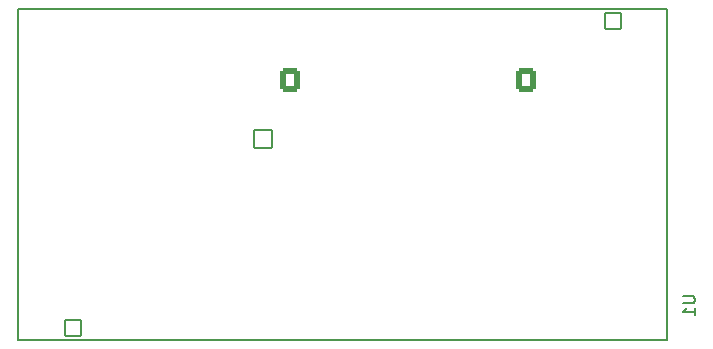
<source format=gbo>
G04 #@! TF.GenerationSoftware,KiCad,Pcbnew,7.0.7*
G04 #@! TF.CreationDate,2024-02-22T14:50:09+01:00*
G04 #@! TF.ProjectId,USB_Breakout_Test_Jig,5553425f-4272-4656-916b-6f75745f5465,v1.0*
G04 #@! TF.SameCoordinates,Original*
G04 #@! TF.FileFunction,Legend,Bot*
G04 #@! TF.FilePolarity,Positive*
%FSLAX46Y46*%
G04 Gerber Fmt 4.6, Leading zero omitted, Abs format (unit mm)*
G04 Created by KiCad (PCBNEW 7.0.7) date 2024-02-22 14:50:09*
%MOMM*%
%LPD*%
G01*
G04 APERTURE LIST*
G04 Aperture macros list*
%AMRoundRect*
0 Rectangle with rounded corners*
0 $1 Rounding radius*
0 $2 $3 $4 $5 $6 $7 $8 $9 X,Y pos of 4 corners*
0 Add a 4 corners polygon primitive as box body*
4,1,4,$2,$3,$4,$5,$6,$7,$8,$9,$2,$3,0*
0 Add four circle primitives for the rounded corners*
1,1,$1+$1,$2,$3*
1,1,$1+$1,$4,$5*
1,1,$1+$1,$6,$7*
1,1,$1+$1,$8,$9*
0 Add four rect primitives between the rounded corners*
20,1,$1+$1,$2,$3,$4,$5,0*
20,1,$1+$1,$4,$5,$6,$7,0*
20,1,$1+$1,$6,$7,$8,$9,0*
20,1,$1+$1,$8,$9,$2,$3,0*%
G04 Aperture macros list end*
%ADD10C,0.150000*%
%ADD11C,0.127000*%
%ADD12C,3.200000*%
%ADD13RoundRect,0.250000X0.600000X0.725000X-0.600000X0.725000X-0.600000X-0.725000X0.600000X-0.725000X0*%
%ADD14O,1.700000X1.950000*%
%ADD15R,2.000000X2.000000*%
%ADD16C,2.000000*%
%ADD17RoundRect,0.102000X-0.754000X-0.754000X0.754000X-0.754000X0.754000X0.754000X-0.754000X0.754000X0*%
%ADD18C,1.712000*%
%ADD19C,3.204000*%
%ADD20C,2.250000*%
%ADD21RoundRect,0.102000X0.675000X-0.675000X0.675000X0.675000X-0.675000X0.675000X-0.675000X-0.675000X0*%
%ADD22C,1.554000*%
G04 APERTURE END LIST*
D10*
X105769819Y-99313095D02*
X106579342Y-99313095D01*
X106579342Y-99313095D02*
X106674580Y-99360714D01*
X106674580Y-99360714D02*
X106722200Y-99408333D01*
X106722200Y-99408333D02*
X106769819Y-99503571D01*
X106769819Y-99503571D02*
X106769819Y-99694047D01*
X106769819Y-99694047D02*
X106722200Y-99789285D01*
X106722200Y-99789285D02*
X106674580Y-99836904D01*
X106674580Y-99836904D02*
X106579342Y-99884523D01*
X106579342Y-99884523D02*
X105769819Y-99884523D01*
X106769819Y-100884523D02*
X106769819Y-100313095D01*
X106769819Y-100598809D02*
X105769819Y-100598809D01*
X105769819Y-100598809D02*
X105912676Y-100503571D01*
X105912676Y-100503571D02*
X106007914Y-100408333D01*
X106007914Y-100408333D02*
X106055533Y-100313095D01*
D11*
X49430000Y-103000000D02*
X49430000Y-75000000D01*
X104430000Y-103000000D02*
X49430000Y-103000000D01*
X104430000Y-103000000D02*
X104430000Y-75000000D01*
X104430000Y-75000000D02*
X49430000Y-75000000D01*
%LPC*%
D12*
X52500000Y-82500000D03*
X100000000Y-107500000D03*
D13*
X72500000Y-80950000D03*
D14*
X70000000Y-80950000D03*
X67500000Y-80950000D03*
X65000000Y-80950000D03*
X62500000Y-80950000D03*
X60000000Y-80950000D03*
D12*
X55000000Y-107500000D03*
D13*
X92500000Y-80950000D03*
D14*
X90000000Y-80950000D03*
X87500000Y-80950000D03*
X85000000Y-80950000D03*
X82500000Y-80950000D03*
X80000000Y-80950000D03*
D15*
X91200000Y-92500000D03*
D16*
X98800000Y-92500000D03*
D17*
X70190000Y-86000000D03*
D18*
X72730000Y-86000000D03*
X75270000Y-86000000D03*
X77810000Y-86000000D03*
D19*
X63000000Y-86500000D03*
X85000000Y-86500000D03*
X85000000Y-108500000D03*
X63000000Y-108500000D03*
D12*
X100000000Y-82500000D03*
D20*
X50930000Y-101500000D03*
X102930000Y-101500000D03*
X50930000Y-76500000D03*
X102930000Y-76500000D03*
D21*
X99790000Y-76000000D03*
D22*
X97250000Y-76000000D03*
X94710000Y-76000000D03*
X92170000Y-76000000D03*
X89630000Y-76000000D03*
X87090000Y-76000000D03*
X84550000Y-76000000D03*
X82010000Y-76000000D03*
X79470000Y-76000000D03*
X76930000Y-76000000D03*
X74390000Y-76000000D03*
X71850000Y-76000000D03*
X69310000Y-76000000D03*
X66770000Y-76000000D03*
X64230000Y-76000000D03*
X61690000Y-76000000D03*
X59150000Y-76000000D03*
X56610000Y-76000000D03*
X54070000Y-76000000D03*
D21*
X54070000Y-102000000D03*
D22*
X56610000Y-102000000D03*
X59150000Y-102000000D03*
X61690000Y-102000000D03*
X64230000Y-102000000D03*
X66770000Y-102000000D03*
X69310000Y-102000000D03*
X71850000Y-102000000D03*
X74390000Y-102000000D03*
X76930000Y-102000000D03*
X79470000Y-102000000D03*
X82010000Y-102000000D03*
X84550000Y-102000000D03*
X87090000Y-102000000D03*
X89630000Y-102000000D03*
X92170000Y-102000000D03*
X94710000Y-102000000D03*
X97250000Y-102000000D03*
X99790000Y-102000000D03*
%LPD*%
M02*

</source>
